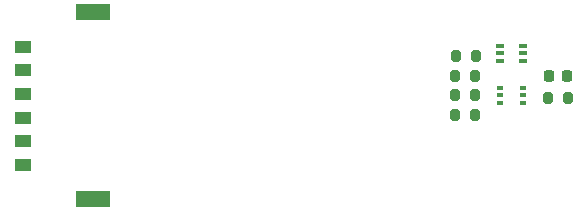
<source format=gbp>
%TF.GenerationSoftware,KiCad,Pcbnew,(6.0.5)*%
%TF.CreationDate,2022-07-09T16:24:38-07:00*%
%TF.ProjectId,solar-panel-side-X-minus,736f6c61-722d-4706-916e-656c2d736964,rev?*%
%TF.SameCoordinates,Original*%
%TF.FileFunction,Paste,Bot*%
%TF.FilePolarity,Positive*%
%FSLAX46Y46*%
G04 Gerber Fmt 4.6, Leading zero omitted, Abs format (unit mm)*
G04 Created by KiCad (PCBNEW (6.0.5)) date 2022-07-09 16:24:38*
%MOMM*%
%LPD*%
G01*
G04 APERTURE LIST*
G04 Aperture macros list*
%AMRoundRect*
0 Rectangle with rounded corners*
0 $1 Rounding radius*
0 $2 $3 $4 $5 $6 $7 $8 $9 X,Y pos of 4 corners*
0 Add a 4 corners polygon primitive as box body*
4,1,4,$2,$3,$4,$5,$6,$7,$8,$9,$2,$3,0*
0 Add four circle primitives for the rounded corners*
1,1,$1+$1,$2,$3*
1,1,$1+$1,$4,$5*
1,1,$1+$1,$6,$7*
1,1,$1+$1,$8,$9*
0 Add four rect primitives between the rounded corners*
20,1,$1+$1,$2,$3,$4,$5,0*
20,1,$1+$1,$4,$5,$6,$7,0*
20,1,$1+$1,$6,$7,$8,$9,0*
20,1,$1+$1,$8,$9,$2,$3,0*%
G04 Aperture macros list end*
%ADD10R,1.450000X1.100000*%
%ADD11R,2.900000X1.350000*%
%ADD12RoundRect,0.225000X-0.225000X-0.250000X0.225000X-0.250000X0.225000X0.250000X-0.225000X0.250000X0*%
%ADD13R,0.650000X0.400000*%
%ADD14R,0.600000X0.400000*%
%ADD15RoundRect,0.200000X-0.200000X-0.275000X0.200000X-0.275000X0.200000X0.275000X-0.200000X0.275000X0*%
%ADD16RoundRect,0.200000X0.200000X0.275000X-0.200000X0.275000X-0.200000X-0.275000X0.200000X-0.275000X0*%
G04 APERTURE END LIST*
D10*
X121025000Y-53420000D03*
X121025000Y-55420000D03*
X121025000Y-57420000D03*
X121025000Y-59420000D03*
X121025000Y-61420000D03*
X121025000Y-63420000D03*
D11*
X127000000Y-50525000D03*
X127000000Y-66315000D03*
D12*
X165595000Y-55880000D03*
X167145000Y-55880000D03*
D13*
X161483000Y-54625000D03*
X161483000Y-53975000D03*
X161483000Y-53325000D03*
X163383000Y-53325000D03*
X163383000Y-53975000D03*
X163383000Y-54625000D03*
D14*
X161483000Y-58181000D03*
X161483000Y-57531000D03*
X161483000Y-56881000D03*
X163383000Y-56881000D03*
X163383000Y-57531000D03*
X163383000Y-58181000D03*
D15*
X157671000Y-55880000D03*
X159321000Y-55880000D03*
X157671000Y-59182000D03*
X159321000Y-59182000D03*
D16*
X159384000Y-54229000D03*
X157734000Y-54229000D03*
D15*
X157671000Y-57531000D03*
X159321000Y-57531000D03*
D16*
X167195000Y-57785000D03*
X165545000Y-57785000D03*
M02*

</source>
